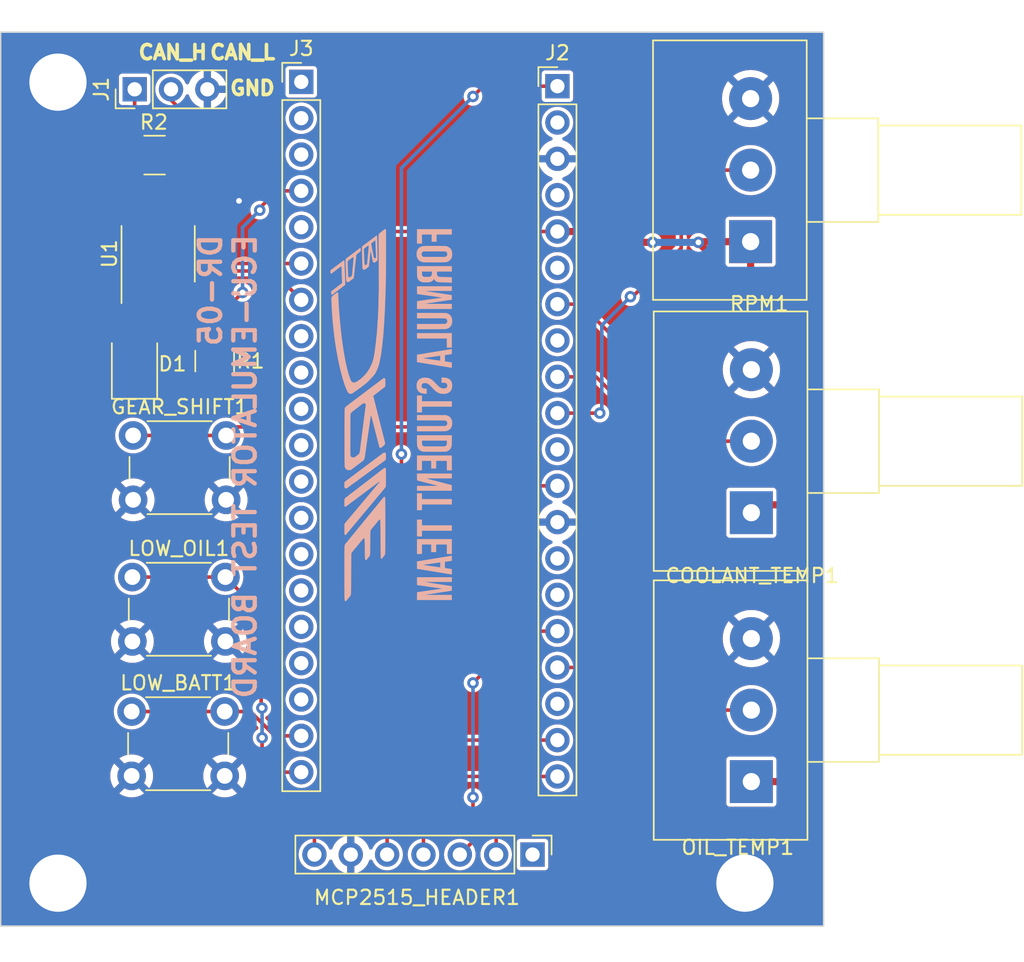
<source format=kicad_pcb>
(kicad_pcb (version 20240108) (generator "pcbnew") (generator_version "8.0")
  (layers (0 "F.Cu" signal) (31 "B.Cu" signal) (34 "B.Paste" user) (35 "F.Paste" user) (36 "B.SilkS" user "B.Silkscreen") (37 "F.SilkS" user "F.Silkscreen") (38 "B.Mask" user) (39 "F.Mask" user) (44 "Edge.Cuts" user))
  (net 0 "")
  (net 1 "GND")
  (net 2 "Net-(D1-A)")
  (net 3 "CAN_TX")
  (net 4 "5V")
  (net 5 "CAN_RX")
  (net 6 "3V3")
  (net 7 "CAN_L")
  (net 8 "CAN_H")
  (net 12 "ADC0")
  (net 13 "ADC1")
  (net 14 "ADC2")
  (net 16 "GEAR_SHIFT")
  (net 20 "MCP2515_MOSI")
  (net 21 "MCP2515_SCK")
  (net 23 "MCP2515_CS")
  (net 24 "MCP2515_MISO")
  (net 28 "CAN_STATUS")
  (net 41 "LOW_12VBAT_VOLTAGE")
  (net 42 "LOW_OIL_PRESSURE")
  (footprint "Package_SO:SOIC-8_3.9x4.9mm_P1.27mm" (layer "F.Cu") (at 113 65 90)
    (property "Reference" "U1" (at 0 -3.4 90) (layer "F.SilkS"))
    (property "Value" "SN65HVD230")
    (pad "1" smd roundrect (at -2.475 -1.905 90) (size 1.95 0.6) (layers "F.Cu" "F.Paste" "F.Mask") (net 3 "CAN_TX"))
    (pad "2" smd roundrect (at -2.475 -0.635 90) (size 1.95 0.6) (layers "F.Cu" "F.Paste" "F.Mask") (net 1 "GND"))
    (pad "3" smd roundrect (at -2.475 0.635 90) (size 1.95 0.6) (layers "F.Cu" "F.Paste" "F.Mask") (net 6 "3V3"))
    (pad "4" smd roundrect (at -2.475 1.905 90) (size 1.95 0.6) (layers "F.Cu" "F.Paste" "F.Mask") (net 5 "CAN_RX"))
    (pad "5" smd roundrect (at 2.475 1.905 90) (size 1.95 0.6) (layers "F.Cu" "F.Paste" "F.Mask"))
    (pad "6" smd roundrect (at 2.475 0.635 90) (size 1.95 0.6) (layers "F.Cu" "F.Paste" "F.Mask") (net 7 "CAN_L"))
    (pad "7" smd roundrect (at 2.475 -0.635 90) (size 1.95 0.6) (layers "F.Cu" "F.Paste" "F.Mask") (net 8 "CAN_H"))
    (pad "8" smd roundrect (at 2.475 -1.905 90) (size 1.95 0.6) (layers "F.Cu" "F.Paste" "F.Mask") (net 1 "GND"))
  )
  (footprint "Resistor_SMD:R_1210_3225Metric_Pad1.30x2.65mm_HandSolder" (layer "F.Cu") (at 112.75 58.1)
    (property "Reference" "R2" (at -0.05 -2.3 0) (layer "F.SilkS"))
    (property "Value" "120")
    (pad "1" smd roundrect (at -1.55 0) (size 1.3 2.65) (layers "F.Cu" "F.Paste" "F.Mask") (roundrect_rratio 0.1923076923) (net 8 "CAN_H"))
    (pad "2" smd roundrect (at 1.55 0) (size 1.3 2.65) (layers "F.Cu" "F.Paste" "F.Mask") (roundrect_rratio 0.1923076923) (net 7 "CAN_L"))
  )
  (footprint "Potentiometer_THT:Potentiometer_Alps_RK163_Single_Horizontal" (layer "F.Cu") (at 154.45 101.9 180)
    (property "Reference" "OIL_TEMP1" (at 0.95 -4.6 0) (layer "F.SilkS"))
    (property "Value" "OIL_TEMP")
    (pad "1" thru_hole rect (at 0 0) (size 3 3) (drill 1.2) (layers "*.Cu" "*.Mask") (net 6 "3V3"))
    (pad "2" thru_hole circle (at 0 5) (size 3 3) (drill 1.2) (layers "*.Cu" "*.Mask") (net 13 "ADC1"))
    (pad "3" thru_hole circle (at 0 10) (size 3 3) (drill 1.2) (layers "*.Cu" "*.Mask") (net 1 "GND"))
  )
  (footprint "Button_Switch_THT:SW_PUSH_6mm" (layer "F.Cu") (at 111.15 97)
    (property "Reference" "LOW_BATT1" (at 3.25 -2 0) (layer "F.SilkS"))
    (property "Value" "SW_Push")
    (pad "1" thru_hole circle (at 0 0 90) (size 2 2) (drill 1.1) (layers "*.Cu" "*.Mask") (net 41 "LOW_12VBAT_VOLTAGE"))
    (pad "1" thru_hole circle (at 6.5 0 90) (size 2 2) (drill 1.1) (layers "*.Cu" "*.Mask") (net 41 "LOW_12VBAT_VOLTAGE"))
    (pad "2" thru_hole circle (at 0 4.5 90) (size 2 2) (drill 1.1) (layers "*.Cu" "*.Mask") (net 1 "GND"))
    (pad "2" thru_hole circle (at 6.5 4.5 90) (size 2 2) (drill 1.1) (layers "*.Cu" "*.Mask") (net 1 "GND"))
  )
  (footprint "Button_Switch_THT:SW_PUSH_6mm" (layer "F.Cu") (at 111.25 77.7)
    (property "Reference" "GEAR_SHIFT1" (at 3.25 -2 0) (layer "F.SilkS"))
    (property "Value" "SW_Push")
    (pad "1" thru_hole circle (at 0 0 90) (size 2 2) (drill 1.1) (layers "*.Cu" "*.Mask") (net 16 "GEAR_SHIFT"))
    (pad "1" thru_hole circle (at 6.5 0 90) (size 2 2) (drill 1.1) (layers "*.Cu" "*.Mask") (net 16 "GEAR_SHIFT"))
    (pad "2" thru_hole circle (at 0 4.5 90) (size 2 2) (drill 1.1) (layers "*.Cu" "*.Mask") (net 1 "GND"))
    (pad "2" thru_hole circle (at 6.5 4.5 90) (size 2 2) (drill 1.1) (layers "*.Cu" "*.Mask") (net 1 "GND"))
  )
  (footprint "Diode_SMD:D_1210_3225Metric" (layer "F.Cu") (at 111.35 72.85 90)
    (property "Reference" "D1" (at 0.15 2.65 0) (layer "F.SilkS"))
    (property "Value" "LED_GREEN")
    (pad "1" smd roundrect (at -1.4 0 90) (size 1.25 2.65) (layers "F.Cu" "F.Paste" "F.Mask") (roundrect_rratio 0.2) (net 1 "GND"))
    (pad "2" smd roundrect (at 1.4 0 90) (size 1.25 2.65) (layers "F.Cu" "F.Paste" "F.Mask") (roundrect_rratio 0.2) (net 2 "Net-(D1-A)"))
  )
  (footprint "Potentiometer_THT:Potentiometer_Alps_RK163_Single_Horizontal" (layer "F.Cu") (at 154.4 64.15 180)
    (property "Reference" "RPM1" (at -0.6 -4.35 0) (layer "F.SilkS"))
    (property "Value" "RPM")
    (pad "1" thru_hole rect (at 0 0) (size 3 3) (drill 1.2) (layers "*.Cu" "*.Mask") (net 6 "3V3"))
    (pad "2" thru_hole circle (at 0 5) (size 3 3) (drill 1.2) (layers "*.Cu" "*.Mask") (net 12 "ADC0"))
    (pad "3" thru_hole circle (at 0 10) (size 3 3) (drill 1.2) (layers "*.Cu" "*.Mask") (net 1 "GND"))
  )
  (footprint "Connector_PinHeader_2.54mm:PinHeader_1x07_P2.54mm_Vertical" (layer "F.Cu") (at 139.16 107 -90)
    (property "Reference" "MCP2515_HEADER1" (at 3 8.08 0) (layer "F.SilkS"))
    (property "Value" "Conn_01x07_Socket")
    (pad "1" thru_hole rect (at 0 0 270) (size 1.7 1.7) (drill 1) (layers "*.Cu" "*.Mask"))
    (pad "2" thru_hole oval (at 0 2.54 270) (size 1.7 1.7) (drill 1) (layers "*.Cu" "*.Mask") (net 21 "MCP2515_SCK"))
    (pad "3" thru_hole oval (at 0 5.08 270) (size 1.7 1.7) (drill 1) (layers "*.Cu" "*.Mask") (net 20 "MCP2515_MOSI"))
    (pad "4" thru_hole oval (at 0 7.62 270) (size 1.7 1.7) (drill 1) (layers "*.Cu" "*.Mask") (net 24 "MCP2515_MISO"))
    (pad "5" thru_hole oval (at 0 10.16 270) (size 1.7 1.7) (drill 1) (layers "*.Cu" "*.Mask") (net 23 "MCP2515_CS"))
    (pad "6" thru_hole oval (at 0 12.7 270) (size 1.7 1.7) (drill 1) (layers "*.Cu" "*.Mask") (net 1 "GND"))
    (pad "7" thru_hole oval (at 0 15.24 270) (size 1.7 1.7) (drill 1) (layers "*.Cu" "*.Mask") (net 4 "5V"))
  )
  (footprint "Potentiometer_THT:Potentiometer_Alps_RK163_Single_Horizontal" (layer "F.Cu") (at 154.45 83.1 180)
    (property "Reference" "COOLANT_TEMP1" (at -0.05 -4.4 0) (layer "F.SilkS"))
    (property "Value" "COOLANT_TEMP")
    (pad "1" thru_hole rect (at 0 0) (size 3 3) (drill 1.2) (layers "*.Cu" "*.Mask") (net 6 "3V3"))
    (pad "2" thru_hole circle (at 0 5) (size 3 3) (drill 1.2) (layers "*.Cu" "*.Mask") (net 14 "ADC2"))
    (pad "3" thru_hole circle (at 0 10) (size 3 3) (drill 1.2) (layers "*.Cu" "*.Mask") (net 1 "GND"))
  )
  (footprint "Connector_PinHeader_2.54mm:PinHeader_1x20_P2.54mm_Vertical" (layer "F.Cu") (at 123 52.98)
    (property "Reference" "J3" (at 0 -2.33 0) (layer "F.SilkS"))
    (property "Value" "Conn_01x20_Pin")
    (pad "1" thru_hole rect (at 0 0) (size 1.7 1.7) (drill 1) (layers "*.Cu" "*.Mask"))
    (pad "2" thru_hole oval (at 0 2.54) (size 1.7 1.7) (drill 1) (layers "*.Cu" "*.Mask"))
    (pad "3" thru_hole oval (at 0 5.08) (size 1.7 1.7) (drill 1) (layers "*.Cu" "*.Mask"))
    (pad "4" thru_hole oval (at 0 7.62) (size 1.7 1.7) (drill 1) (layers "*.Cu" "*.Mask") (net 28 "CAN_STATUS"))
    (pad "5" thru_hole oval (at 0 10.16) (size 1.7 1.7) (drill 1) (layers "*.Cu" "*.Mask"))
    (pad "6" thru_hole oval (at 0 12.7) (size 1.7 1.7) (drill 1) (layers "*.Cu" "*.Mask") (net 5 "CAN_RX"))
    (pad "7" thru_hole oval (at 0 15.24) (size 1.7 1.7) (drill 1) (layers "*.Cu" "*.Mask") (net 3 "CAN_TX"))
    (pad "8" thru_hole oval (at 0 17.78) (size 1.7 1.7) (drill 1) (layers "*.Cu" "*.Mask"))
    (pad "9" thru_hole oval (at 0 20.32) (size 1.7 1.7) (drill 1) (layers "*.Cu" "*.Mask"))
    (pad "10" thru_hole oval (at 0 22.86) (size 1.7 1.7) (drill 1) (layers "*.Cu" "*.Mask"))
    (pad "11" thru_hole oval (at 0 25.4) (size 1.7 1.7) (drill 1) (layers "*.Cu" "*.Mask"))
    (pad "12" thru_hole oval (at 0 27.94) (size 1.7 1.7) (drill 1) (layers "*.Cu" "*.Mask"))
    (pad "13" thru_hole oval (at 0 30.48) (size 1.7 1.7) (drill 1) (layers "*.Cu" "*.Mask"))
    (pad "14" thru_hole oval (at 0 33.02) (size 1.7 1.7) (drill 1) (layers "*.Cu" "*.Mask"))
    (pad "15" thru_hole oval (at 0 35.56) (size 1.7 1.7) (drill 1) (layers "*.Cu" "*.Mask"))
    (pad "16" thru_hole oval (at 0 38.1) (size 1.7 1.7) (drill 1) (layers "*.Cu" "*.Mask"))
    (pad "17" thru_hole oval (at 0 40.64) (size 1.7 1.7) (drill 1) (layers "*.Cu" "*.Mask"))
    (pad "18" thru_hole oval (at 0 43.18) (size 1.7 1.7) (drill 1) (layers "*.Cu" "*.Mask"))
    (pad "19" thru_hole oval (at 0 45.72) (size 1.7 1.7) (drill 1) (layers "*.Cu" "*.Mask") (net 41 "LOW_12VBAT_VOLTAGE"))
    (pad "20" thru_hole oval (at 0 48.26) (size 1.7 1.7) (drill 1) (layers "*.Cu" "*.Mask") (net 42 "LOW_OIL_PRESSURE"))
  )
  (footprint "Resistor_SMD:R_1210_3225Metric_Pad1.30x2.65mm_HandSolder" (layer "F.Cu") (at 116.95 72.5 -90)
    (property "Reference" "R1" (at 0 -2.5 0) (layer "F.SilkS"))
    (property "Value" "150")
    (pad "1" smd roundrect (at -1.55 0 270) (size 1.3 2.65) (layers "F.Cu" "F.Paste" "F.Mask") (roundrect_rratio 0.1923076923) (net 28 "CAN_STATUS"))
    (pad "2" smd roundrect (at 1.55 0 270) (size 1.3 2.65) (layers "F.Cu" "F.Paste" "F.Mask") (roundrect_rratio 0.1923076923) (net 2 "Net-(D1-A)"))
  )
  (footprint "Connector_PinHeader_2.54mm:PinHeader_1x20_P2.54mm_Vertical" (layer "F.Cu") (at 140.9 53.28)
    (property "Reference" "J2" (at 0 -2.33 0) (layer "F.SilkS"))
    (property "Value" "Conn_01x20_Pin")
    (pad "1" thru_hole rect (at 0 0) (size 1.7 1.7) (drill 1) (layers "*.Cu" "*.Mask") (net 4 "5V"))
    (pad "2" thru_hole oval (at 0 2.54) (size 1.7 1.7) (drill 1) (layers "*.Cu" "*.Mask"))
    (pad "3" thru_hole oval (at 0 5.08) (size 1.7 1.7) (drill 1) (layers "*.Cu" "*.Mask") (net 1 "GND"))
    (pad "4" thru_hole oval (at 0 7.62) (size 1.7 1.7) (drill 1) (layers "*.Cu" "*.Mask"))
    (pad "5" thru_hole oval (at 0 10.16) (size 1.7 1.7) (drill 1) (layers "*.Cu" "*.Mask") (net 6 "3V3"))
    (pad "6" thru_hole oval (at 0 12.7) (size 1.7 1.7) (drill 1) (layers "*.Cu" "*.Mask"))
    (pad "7" thru_hole oval (at 0 15.24) (size 1.7 1.7) (drill 1) (layers "*.Cu" "*.Mask") (net 14 "ADC2"))
    (pad "8" thru_hole oval (at 0 17.78) (size 1.7 1.7) (drill 1) (layers "*.Cu" "*.Mask"))
    (pad "9" thru_hole oval (at 0 20.32) (size 1.7 1.7) (drill 1) (layers "*.Cu" "*.Mask") (net 13 "ADC1"))
    (pad "10" thru_hole oval (at 0 22.86) (size 1.7 1.7) (drill 1) (layers "*.Cu" "*.Mask") (net 12 "ADC0"))
    (pad "11" thru_hole oval (at 0 25.4) (size 1.7 1.7) (drill 1) (layers "*.Cu" "*.Mask"))
    (pad "12" thru_hole oval (at 0 27.94) (size 1.7 1.7) (drill 1) (layers "*.Cu" "*.Mask") (net 16 "GEAR_SHIFT"))
    (pad "13" thru_hole oval (at 0 30.48) (size 1.7 1.7) (drill 1) (layers "*.Cu" "*.Mask") (net 1 "GND"))
    (pad "14" thru_hole oval (at 0 33.02) (size 1.7 1.7) (drill 1) (layers "*.Cu" "*.Mask"))
    (pad "15" thru_hole oval (at 0 35.56) (size 1.7 1.7) (drill 1) (layers "*.Cu" "*.Mask"))
    (pad "16" thru_hole oval (at 0 38.1) (size 1.7 1.7) (drill 1) (layers "*.Cu" "*.Mask") (net 20 "MCP2515_MOSI"))
    (pad "17" thru_hole oval (at 0 40.64) (size 1.7 1.7) (drill 1) (layers "*.Cu" "*.Mask") (net 21 "MCP2515_SCK"))
    (pad "18" thru_hole oval (at 0 43.18) (size 1.7 1.7) (drill 1) (layers "*.Cu" "*.Mask"))
    (pad "19" thru_hole oval (at 0 45.72) (size 1.7 1.7) (drill 1) (layers "*.Cu" "*.Mask") (net 23 "MCP2515_CS"))
    (pad "20" thru_hole oval (at 0 48.26) (size 1.7 1.7) (drill 1) (layers "*.Cu" "*.Mask") (net 24 "MCP2515_MISO"))
  )
  (footprint "Connector_PinHeader_2.54mm:PinHeader_1x03_P2.54mm_Vertical" (layer "F.Cu") (at 111.36 53.5 90)
    (property "Reference" "J1" (at 0 -2.33 90) (layer "F.SilkS"))
    (property "Value" "Conn_01x03_Pin")
    (pad "1" thru_hole rect (at 0 0 90) (size 1.7 1.7) (drill 1) (layers "*.Cu" "*.Mask") (net 8 "CAN_H"))
    (pad "2" thru_hole oval (at 0 2.54 90) (size 1.7 1.7) (drill 1) (layers "*.Cu" "*.Mask") (net 7 "CAN_L"))
    (pad "3" thru_hole oval (at 0 5.08 90) (size 1.7 1.7) (drill 1) (layers "*.Cu" "*.Mask") (net 1 "GND"))
  )
  (footprint "Button_Switch_THT:SW_PUSH_6mm" (layer "F.Cu") (at 111.2 87.6)
    (property "Reference" "LOW_OIL1" (at 3.25 -2 0) (layer "F.SilkS"))
    (property "Value" "SW_Push")
    (pad "1" thru_hole circle (at 0 0 90) (size 2 2) (drill 1.1) (layers "*.Cu" "*.Mask") (net 42 "LOW_OIL_PRESSURE"))
    (pad "1" thru_hole circle (at 6.5 0 90) (size 2 2) (drill 1.1) (layers "*.Cu" "*.Mask") (net 42 "LOW_OIL_PRESSURE"))
    (pad "2" thru_hole circle (at 0 4.5 90) (size 2 2) (drill 1.1) (layers "*.Cu" "*.Mask") (net 1 "GND"))
    (pad "2" thru_hole circle (at 6.5 4.5 90) (size 2 2) (drill 1.1) (layers "*.Cu" "*.Mask") (net 1 "GND"))
  )
  (footprint "LOGO" (layer "B.Cu") (at 129.1 76.3 -90)
    (property "Reference" "" (at 0 0 90) (layer "B.SilkS") (effects (font (size 1.5 1.5) (thickness 0.3)) (justify mirror)))
    (property "Value" "LOGO" (hide yes))
  )
  (gr_poly (pts (xy 102 112) (xy 159.5 112) (xy 159.5 49.5) (xy 102 49.5)) (stroke (width 0.1)) (fill none) (layer "Edge.Cuts"))
  (gr_text "DR-05\nECU-EMULATOR TEST BOARD" (at 119.95 63.5 90) (layer "B.SilkS") (effects (font (size 1.5 1.5) (thickness 0.3) (bold yes)) (justify left bottom mirror)))
  (gr_text "CAN_L\n" (at 116.5 51.5 0) (layer "F.SilkS") (effects (font (size 1 1) (thickness 0.25) (bold yes)) (justify left bottom)))
  (gr_text "CAN_H\n" (at 111.5 51.5 0) (layer "F.SilkS") (effects (font (size 1 1) (thickness 0.25) (bold yes)) (justify left bottom)))
  (gr_text "GND\n" (at 117.9 54 0) (layer "F.SilkS") (effects (font (size 1 1) (thickness 0.25) (bold yes)) (justify left bottom)))
  (segment (start 111 65) (end 110 65) (width 0.25) (layer "F.Cu") (net 1))
  (segment (start 112.365 67.475) (end 112.365 66.365) (width 0.25) (layer "F.Cu") (net 1))
  (segment (start 112.365 66.365) (end 111 65) (width 0.25) (layer "F.Cu") (net 1))
  (via (at 106 109) (size 4.5) (drill 4) (layers "F.Cu" "B.Cu") (net 1))
  (via (at 154 109) (size 4.5) (drill 4) (layers "F.Cu" "B.Cu") (net 1))
  (via (at 118.65 61.3) (size 0.8) (drill 0.4) (layers "F.Cu" "B.Cu") (net 1))
  (via (at 106 53) (size 4.5) (drill 4) (layers "F.Cu" "B.Cu") (net 1))
  (segment (start 116.95 74.05) (end 114.6 74.05) (width 0.25) (layer "F.Cu") (net 2))
  (segment (start 114.15 73.6) (end 114.15 71.8) (width 0.25) (layer "F.Cu") (net 2))
  (segment (start 114.6 74.05) (end 114.15 73.6) (width 0.25) (layer "F.Cu") (net 2))
  (segment (start 114.15 71.8) (end 113.8 71.45) (width 0.25) (layer "F.Cu") (net 2))
  (segment (start 113.8 71.45) (end 111.35 71.45) (width 0.25) (layer "F.Cu") (net 2))
  (segment (start 116.15 69.05) (end 116.15 66.8) (width 0.25) (layer "F.Cu") (net 3))
  (segment (start 111.55 69.45) (end 115.75 69.45) (width 0.25) (layer "F.Cu") (net 3))
  (segment (start 116.15 66.8) (end 116.75 66.2) (width 0.25) (layer "F.Cu") (net 3))
  (segment (start 111.195 69.095) (end 111.55 69.45) (width 0.25) (layer "F.Cu") (net 3))
  (segment (start 111.195 68.05) (end 111.195 69.095) (width 0.25) (layer "F.Cu") (net 3))
  (segment (start 116.75 66.2) (end 120.98 66.2) (width 0.25) (layer "F.Cu") (net 3))
  (segment (start 122.483604 68.22) (end 123 68.22) (width 0.25) (layer "F.Cu") (net 3))
  (segment (start 115.75 69.45) (end 116.15 69.05) (width 0.25) (layer "F.Cu") (net 3))
  (segment (start 120.98 66.2) (end 123 68.22) (width 0.25) (layer "F.Cu") (net 3))
  (segment (start 130 99) (end 130 79) (width 0.25) (layer "F.Cu") (net 4))
  (segment (start 127 102) (end 130 99) (width 0.25) (layer "F.Cu") (net 4))
  (segment (start 135.72 53.28) (end 140.9 53.28) (width 0.25) (layer "F.Cu") (net 4))
  (segment (start 123.92 107) (end 123.92 105.08) (width 0.25) (layer "F.Cu") (net 4))
  (segment (start 123.92 105.08) (end 127 102) (width 0.25) (layer "F.Cu") (net 4))
  (segment (start 135 54) (end 135.72 53.28) (width 0.25) (layer "F.Cu") (net 4))
  (via (at 135 54) (size 0.8) (drill 0.4) (layers "F.Cu" "B.Cu") (net 4))
  (via (at 130 79) (size 0.8) (drill 0.4) (layers "F.Cu" "B.Cu") (net 4))
  (segment (start 130 59) (end 135 54) (width 0.25) (layer "B.Cu") (net 4))
  (segment (start 130 74) (end 130 59) (width 0.25) (layer "B.Cu") (net 4))
  (segment (start 130 79) (end 130 74) (width 0.25) (layer "B.Cu") (net 4))
  (segment (start 123 65.68) (end 115.87 65.68) (width 0.25) (layer "F.Cu") (net 5))
  (segment (start 115.005 66.545) (end 115.005 68.05) (width 0.25) (layer "F.Cu") (net 5))
  (segment (start 115.87 65.68) (end 115.005 66.545) (width 0.25) (layer "F.Cu") (net 5))
  (segment (start 140.9 63.44) (end 129.19 63.44) (width 0.25) (layer "F.Cu") (net 6))
  (segment (start 144.2 64.2) (end 143.44 63.44) (width 0.5) (layer "F.Cu") (net 6))
  (segment (start 152.05 66.6) (end 154.4 66.6) (width 0.5) (layer "F.Cu") (net 6))
  (segment (start 157.05 69.25) (end 157.05 82) (width 0.5) (layer "F.Cu") (net 6))
  (segment (start 156.7 82.55) (end 155.1 82.55) (width 0.5) (layer "F.Cu") (net 6))
  (segment (start 150.75 64.2) (end 151.7 65.15) (width 0.5) (layer "F.Cu") (net 6))
  (segment (start 147.55 64.2) (end 144.2 64.2) (width 0.5) (layer "F.Cu") (net 6))
  (segment (start 157.05 82.2) (end 156.7 82.55) (width 0.5) (layer "F.Cu") (net 6))
  (segment (start 129.19 63.44) (end 125.05 59.3) (width 0.25) (layer "F.Cu") (net 6))
  (segment (start 155.1 82.55) (end 155.05 82.5) (width 0.5) (layer "F.Cu") (net 6))
  (segment (start 154.4 66.6) (end 157.05 69.25) (width 0.5) (layer "F.Cu") (net 6))
  (segment (start 157.05 101.5) (end 156.65 101.9) (width 0.5) (layer "F.Cu") (net 6))
  (segment (start 113.635 66.365) (end 113.635 67.475) (width 0.25) (layer "F.Cu") (net 6))
  (segment (start 157.05 82) (end 157.05 83.05) (width 0.5) (layer "F.Cu") (net 6))
  (segment (start 157.05 82.9) (end 156.7 82.55) (width 0.5) (layer "F.Cu") (net 6))
  (segment (start 125.05 59.3) (end 118.7 59.3) (width 0.25) (layer "F.Cu") (net 6))
  (segment (start 151.7 66.25) (end 152.05 66.6) (width 0.5) (layer "F.Cu") (net 6))
  (segment (start 155.05 82.5) (end 154.45 83.1) (width 0.25) (layer "F.Cu") (net 6))
  (segment (start 156.65 101.9) (end 154.45 101.9) (width 0.5) (layer "F.Cu") (net 6))
  (segment (start 157.05 83.05) (end 157.05 82.9) (width 0.5) (layer "F.Cu") (net 6))
  (segment (start 154.4 64.15) (end 154.4 66.6) (width 0.5) (layer "F.Cu") (net 6))
  (segment (start 157.05 82) (end 157.05 82.2) (width 0.5) (layer "F.Cu") (net 6))
  (segment (start 143.44 63.44) (end 140.9 63.44) (width 0.5) (layer "F.Cu") (net 6))
  (segment (start 118.7 59.3) (end 117 61) (width 0.25) (layer "F.Cu") (net 6))
  (segment (start 151.7 65.15) (end 151.7 66.25) (width 0.5) (layer "F.Cu") (net 6))
  (segment (start 157.05 83.05) (end 157.05 101.5) (width 0.5) (layer "F.Cu") (net 6))
  (segment (start 117 61) (end 117 63) (width 0.25) (layer "F.Cu") (net 6))
  (segment (start 150.8 64.15) (end 150.75 64.2) (width 0.5) (layer "F.Cu") (net 6))
  (segment (start 117 63) (end 113.635 66.365) (width 0.25) (layer "F.Cu") (net 6))
  (segment (start 154.4 64.15) (end 150.8 64.15) (width 0.5) (layer "F.Cu") (net 6))
  (via (at 147.55 64.2) (size 0.8) (drill 0.4) (layers "F.Cu" "B.Cu") (net 6))
  (via (at 150.75 64.2) (size 0.8) (drill 0.4) (layers "F.Cu" "B.Cu") (net 6))
  (segment (start 150.75 64.2) (end 147.55 64.2) (width 0.5) (layer "B.Cu") (net 6))
  (segment (start 114.35 55.062252) (end 114.35 54.85) (width 0.25) (layer "F.Cu") (net 7))
  (segment (start 114.3 58.1) (end 114.35 58.15) (width 0.25) (layer "F.Cu") (net 7))
  (segment (start 114.156126 55.856126) (end 114.156125 55.856126) (width 0.25) (layer "F.Cu") (net 7))
  (segment (start 113.735 61.415) (end 114.35 60.8) (width 0.25) (layer "F.Cu") (net 7))
  (segment (start 114.35 54.7) (end 113.9 54.25) (width 0.25) (layer "F.Cu") (net 7))
  (segment (start 114.35 54.85) (end 114.35 54.7) (width 0.25) (layer "F.Cu") (net 7))
  (segment (start 113.9 54.25) (end 113.9 53.5) (width 0.25) (layer "F.Cu") (net 7))
  (segment (start 114.35 60.8) (end 114.35 56.05) (width 0.25) (layer "F.Cu") (net 7))
  (segment (start 114.156125 55.256126) (end 114.156126 55.256126) (width 0.25) (layer "F.Cu") (net 7))
  (segment (start 113.735 62.65) (end 113.735 61.415) (width 0.25) (layer "F.Cu") (net 7))
  (segment (start 113.962251 55.662252) (end 113.962251 55.45) (width 0.25) (layer "F.Cu") (net 7))
  (arc (start 114.35 56.05) (mid 114.293216 55.91291) (end 114.156126 55.856126) (width 0.25) (layer "F.Cu") (net 7))
  (arc (start 114.156125 55.856126) (mid 114.019035 55.799342) (end 113.962251 55.662252) (width 0.25) (layer "F.Cu") (net 7))
  (arc (start 113.962251 55.45) (mid 114.019035 55.31291) (end 114.156125 55.256126) (width 0.25) (layer "F.Cu") (net 7))
  (arc (start 114.156126 55.256126) (mid 114.293216 55.199342) (end 114.35 55.062252) (width 0.25) (layer "F.Cu") (net 7))
  (segment (start 111.016349 55.85635) (end 111.016349 55.6) (width 0.25) (layer "F.Cu") (net 8))
  (segment (start 111.188175 56.028175) (end 111.188174 56.028175) (width 0.25) (layer "F.Cu") (net 8))
  (segment (start 111.36 60.26) (end 111.36 56.2) (width 0.25) (layer "F.Cu") (net 8))
  (segment (start 111.36 55) (end 111.36 53.5) (width 0.25) (layer "F.Cu") (net 8))
  (segment (start 112.465 62.65) (end 112.465 61.365) (width 0.25) (layer "F.Cu") (net 8))
  (segment (start 112.465 61.365) (end 111.36 60.26) (width 0.25) (layer "F.Cu") (net 8))
  (segment (start 111.36 55.25635) (end 111.36 55) (width 0.25) (layer "F.Cu") (net 8))
  (segment (start 111.188174 55.428175) (end 111.188175 55.428175) (width 0.25) (layer "F.Cu") (net 8))
  (arc (start 111.188175 55.428175) (mid 111.309674 55.377849) (end 111.36 55.25635) (width 0.25) (layer "F.Cu") (net 8))
  (arc (start 111.016349 55.6) (mid 111.066675 55.478501) (end 111.188174 55.428175) (width 0.25) (layer "F.Cu") (net 8))
  (arc (start 111.188174 56.028175) (mid 111.066675 55.977849) (end 111.016349 55.85635) (width 0.25) (layer "F.Cu") (net 8))
  (arc (start 111.36 56.2) (mid 111.309674 56.078501) (end 111.188175 56.028175) (width 0.25) (layer "F.Cu") (net 8))
  (segment (start 146 68) (end 146.15 68) (width 0.25) (layer "F.Cu") (net 12))
  (segment (start 143.86 76.14) (end 140.9 76.14) (width 0.25) (layer "F.Cu") (net 12))
  (segment (start 149.55 60.5) (end 150.9 59.15) (width 0.25) (layer "F.Cu") (net 12))
  (segment (start 146.15 68) (end 149.55 64.6) (width 0.25) (layer "F.Cu") (net 12))
  (segment (start 149.55 64.6) (end 149.55 60.5) (width 0.25) (layer "F.Cu") (net 12))
  (segment (start 150.9 59.15) (end 154.4 59.15) (width 0.25) (layer "F.Cu") (net 12))
  (segment (start 146 68.15) (end 146 68) (width 0.25) (layer "F.Cu") (net 12))
  (via (at 146 68) (size 0.8) (drill 0.4) (layers "F.Cu" "B.Cu") (net 12))
  (via (at 143.86 76.14) (size 0.8) (drill 0.4) (layers "F.Cu" "B.Cu") (net 12))
  (segment (start 144 70) (end 146 68) (width 0.25) (layer "B.Cu") (net 12))
  (segment (start 144 76) (end 144 70) (width 0.25) (layer "B.Cu") (net 12))
  (segment (start 143.86 76.14) (end 144 76) (width 0.25) (layer "B.Cu") (net 12))
  (segment (start 143.6 73.6) (end 145 75) (width 0.25) (layer "F.Cu") (net 13))
  (segment (start 145 90.3) (end 145 78) (width 0.25) (layer "F.Cu") (net 13))
  (segment (start 145 75) (end 145 78) (width 0.25) (layer "F.Cu") (net 13))
  (segment (start 151.6 96.9) (end 145 90.3) (width 0.25) (layer "F.Cu") (net 13))
  (segment (start 154.45 96.9) (end 151.6 96.9) (width 0.25) (layer "F.Cu") (net 13))
  (segment (start 145 78) (end 145 77.5) (width 0.25) (layer "F.Cu") (net 13))
  (segment (start 140.9 73.6) (end 143.6 73.6) (width 0.25) (layer "F.Cu") (net 13))
  (segment (start 146 72) (end 142.52 68.52) (width 0.25) (layer "F.Cu") (net 14))
  (segment (start 142.52 68.52) (end 140.9 68.52) (width 0.25) (layer "F.Cu") (net 14))
  (segment (start 154.45 78.1) (end 150.1 78.1) (width 0.25) (layer "F.Cu") (net 14))
  (segment (start 146 74) (end 146 72) (width 0.25) (layer "F.Cu") (net 14))
  (segment (start 150.1 78.1) (end 146 74) (width 0.25) (layer "F.Cu") (net 14))
  (segment (start 118.35 77.1) (end 117.75 77.7) (width 0.25) (layer "F.Cu") (net 16))
  (segment (start 111.25 77.7) (end 117.75 77.7) (width 0.25) (layer "F.Cu") (net 16))
  (segment (start 137.68 79.68) (end 137.68 78.68) (width 0.25) (layer "F.Cu") (net 16))
  (segment (start 140.9 81.22) (end 139.22 81.22) (width 0.25) (layer "F.Cu") (net 16))
  (segment (start 136.1 77.1) (end 118.35 77.1) (width 0.25) (layer "F.Cu") (net 16))
  (segment (start 139.22 81.22) (end 137.68 79.68) (width 0.25) (layer "F.Cu") (net 16))
  (segment (start 137.68 78.68) (end 136.1 77.1) (width 0.25) (layer "F.Cu") (net 16))
  (segment (start 135 106.08) (end 135 103) (width 0.25) (layer "F.Cu") (net 20))
  (segment (start 134.08 107) (end 135 106.08) (width 0.25) (layer "F.Cu") (net 20))
  (segment (start 138.62 91.38) (end 140.9 91.38) (width 0.25) (layer "F.Cu") (net 20))
  (segment (start 135 95) (end 138.62 91.38) (width 0.25) (layer "F.Cu") (net 20))
  (via (at 135 95) (size 0.8) (drill 0.4) (layers "F.Cu" "B.Cu") (net 20))
  (via (at 135 103) (size 0.8) (drill 0.4) (layers "F.Cu" "B.Cu") (net 20))
  (segment (start 135 103) (end 135 95) (width 0.25) (layer "B.Cu") (net 20))
  (segment (start 142.92 93.92) (end 140.9 93.92) (width 0.25) (layer "F.Cu") (net 21))
  (segment (start 144 104) (end 144 95) (width 0.25) (layer "F.Cu") (net 21))
  (segment (start 144 95) (end 142.92 93.92) (width 0.25) (layer "F.Cu") (net 21))
  (segment (start 136.62 104.38) (end 137 104) (width 0.25) (layer "F.Cu") (net 21))
  (segment (start 137 104) (end 144 104) (width 0.25) (layer "F.Cu") (net 21))
  (segment (start 136.62 107) (end 136.62 104.38) (width 0.25) (layer "F.Cu") (net 21))
  (segment (start 129 107) (end 129 103) (width 0.25) (layer "F.Cu") (net 23))
  (segment (start 133 99) (end 140.9 99) (width 0.25) (layer "F.Cu") (net 23))
  (segment (start 129 103) (end 133 99) (width 0.25) (layer "F.Cu") (net 23))
  (segment (start 134.46 101.54) (end 140.9 101.54) (width 0.25) (layer "F.Cu") (net 24))
  (segment (start 131.54 107) (end 131.54 104.46) (width 0.25) (layer "F.Cu") (net 24))
  (segment (start 131.54 104.46) (end 134.46 101.54) (width 0.25) (layer "F.Cu") (net 24))
  (segment (start 120.1 61.8) (end 121.3 60.6) (width 0.25) (layer "F.Cu") (net 28))
  (segment (start 120.1 61.95) (end 120.1 61.8) (width 0.25) (layer "F.Cu") (net 28))
  (segment (start 121.3 60.6) (end 123 60.6) (width 0.25) (layer "F.Cu") (net 28))
  (segment (start 116.95 69.65) (end 116.95 70.95) (width 0.25) (layer "F.Cu") (net 28))
  (segment (start 118.9 67.7) (end 116.95 69.65) (width 0.25) (layer "F.Cu") (net 28))
  (via (at 120.1 61.95) (size 0.8) (drill 0.4) (layers "F.Cu" "B.Cu") (net 28))
  (via (at 118.9 67.7) (size 0.8) (drill 0.4) (layers "F.Cu" "B.Cu") (net 28))
  (segment (start 120.1 61.95) (end 118.9 63.15) (width 0.25) (layer "B.Cu") (net 28))
  (segment (start 118.9 63.15) (end 118.9 67.7) (width 0.25) (layer "B.Cu") (net 28))
  (segment (start 119.45 97) (end 121.15 98.7) (width 0.25) (layer "F.Cu") (net 41))
  (segment (start 111.15 97) (end 117.65 97) (width 0.25) (layer "F.Cu") (net 41))
  (segment (start 117.65 97) (end 119.45 97) (width 0.25) (layer "F.Cu") (net 41))
  (segment (start 121.15 98.7) (end 123 98.7) (width 0.25) (layer "F.Cu") (net 41))
  (segment (start 120.2 90.1) (end 117.7 87.6) (width 0.25) (layer "F.Cu") (net 42))
  (segment (start 111.2 87.6) (end 117.7 87.6) (width 0.25) (layer "F.Cu") (net 42))
  (segment (start 120.262701 100.812701) (end 120.69 101.24) (width 0.25) (layer "F.Cu") (net 42))
  (segment (start 120.69 101.24) (end 123 101.24) (width 0.25) (layer "F.Cu") (net 42))
  (segment (start 120.262701 98.837299) (end 120.262701 100.812701) (width 0.25) (layer "F.Cu") (net 42))
  (segment (start 120.25 96.75) (end 120.2 96.7) (width 0.25) (layer "F.Cu") (net 42))
  (segment (start 120.2 96.7) (end 120.2 90.1) (width 0.25) (layer "F.Cu") (net 42))
  (via (at 120.25 96.75) (size 0.8) (drill 0.4) (layers "F.Cu" "B.Cu") (net 42))
  (via (at 120.262701 98.837299) (size 0.8) (drill 0.4) (layers "F.Cu" "B.Cu") (net 42))
  (segment (start 120.25 96.75) (end 120.262701 96.762701) (width 0.25) (layer "B.Cu") (net 42))
  (segment (start 120.262701 96.762701) (end 120.262701 98.837299) (width 0.25) (layer "B.Cu") (net 42))
  (zone (net 1) (net_name "GND") (layer "F.Cu") (connect_pads (clearance 0.254)) (min_thickness 0.25) (fill yes (thermal_gap 0.5) (thermal_bridge_width 0.5))
    (polygon (pts (xy 102 112) (xy 102 49.5) (xy 159.5 49.5) (xy 159.5 112)))
  )
  (zone (net 1) (net_name "GND") (layer "B.Cu") (priority 1) (connect_pads (clearance 0.254)) (min_thickness 0.25) (fill yes (thermal_gap 0.5) (thermal_bridge_width 0.5))
    (polygon (pts (xy 102 49.5) (xy 102 112) (xy 159.5 112) (xy 159.5 49.5)))
  )
)
</source>
